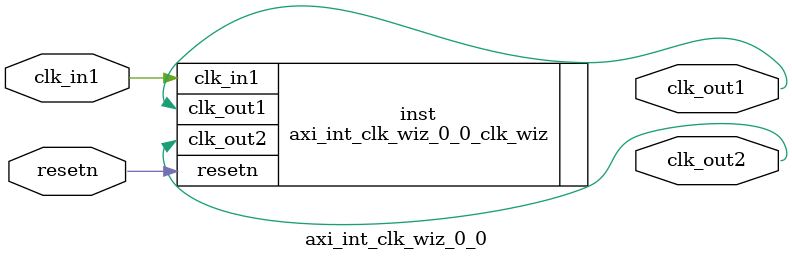
<source format=v>


`timescale 1ps/1ps

(* CORE_GENERATION_INFO = "axi_int_clk_wiz_0_0,clk_wiz_v6_0_6_0_0,{component_name=axi_int_clk_wiz_0_0,use_phase_alignment=true,use_min_o_jitter=false,use_max_i_jitter=false,use_dyn_phase_shift=false,use_inclk_switchover=false,use_dyn_reconfig=false,enable_axi=0,feedback_source=FDBK_AUTO,PRIMITIVE=MMCM,num_out_clk=2,clkin1_period=10.000,clkin2_period=10.000,use_power_down=false,use_reset=true,use_locked=false,use_inclk_stopped=false,feedback_type=SINGLE,CLOCK_MGR_TYPE=NA,manual_override=false}" *)

module axi_int_clk_wiz_0_0 
 (
  // Clock out ports
  output        clk_out1,
  output        clk_out2,
  // Status and control signals
  input         resetn,
 // Clock in ports
  input         clk_in1
 );

  axi_int_clk_wiz_0_0_clk_wiz inst
  (
  // Clock out ports  
  .clk_out1(clk_out1),
  .clk_out2(clk_out2),
  // Status and control signals               
  .resetn(resetn), 
 // Clock in ports
  .clk_in1(clk_in1)
  );

endmodule

</source>
